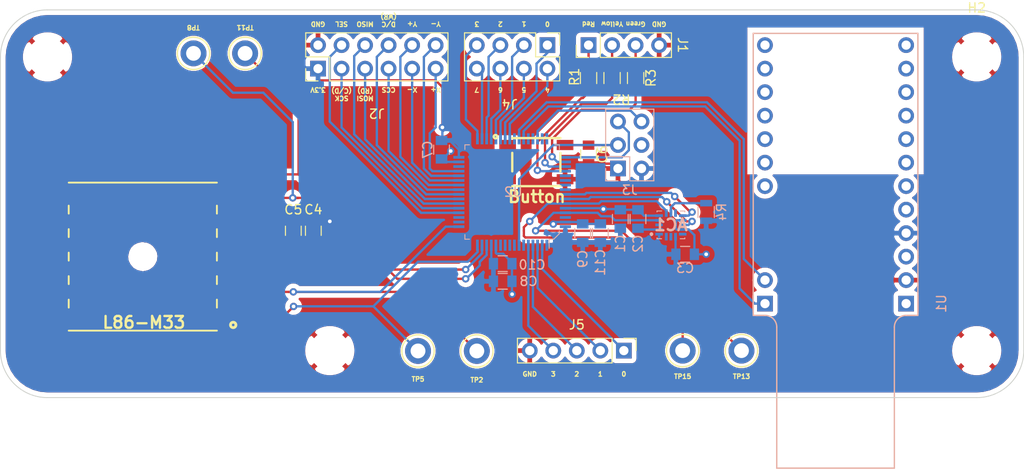
<source format=kicad_pcb>
(kicad_pcb (version 20171130) (host pcbnew "(5.1.4)-1")
  (layers (0 F.Cu signal) (31 B.Cu signal) (34 B.Paste user) (35 F.Paste user) (36 B.SilkS user) (37 F.SilkS user) (38 B.Mask user) (39 F.Mask user) (44 Edge.Cuts user))
  (net 0 "")
  (net 1 "Net-(AC1-Pad16)")
  (net 2 "Net-(AC1-Pad15)")
  (net 3 +3V3)
  (net 4 "Net-(AC1-Pad13)")
  (net 5 IMU_INT_1)
  (net 6 GND)
  (net 7 IMU_INT_2)
  (net 8 "Net-(AC1-Pad8)")
  (net 9 "Net-(AC1-Pad7)")
  (net 10 IMU_SDA)
  (net 11 IMU_SCL)
  (net 12 "Net-(AC1-Pad3)")
  (net 13 "Net-(AC1-Pad2)")
  (net 14 "Net-(IC1-Pad11)")
  (net 15 "Net-(IC1-Pad10)")
  (net 16 "Net-(IC1-Pad9)")
  (net 17 "Net-(IC1-Pad8)")
  (net 18 GPS_FORCE_ON)
  (net 19 GPS_1PPS)
  (net 20 GPS_TX)
  (net 21 GPS_RX)
  (net 22 SPARE_GPIO_0)
  (net 23 SPARE_GPIO_1)
  (net 24 SPARE_GPIO_2)
  (net 25 SPARE_GPIO_3)
  (net 26 LCD_SEL)
  (net 27 LCD_SCK)
  (net 28 LCD_MISO)
  (net 29 LCD_MOSI)
  (net 30 LCD_DC)
  (net 31 LCD_CCS)
  (net 32 LCD_YP)
  (net 33 LCD_XM)
  (net 34 LCD_YM)
  (net 35 LCD_XP)
  (net 36 NRST)
  (net 37 "Net-(J3-Pad4)")
  (net 38 SWCLK)
  (net 39 SWDIO)
  (net 40 "Net-(J4-Pad1)")
  (net 41 "Net-(J4-Pad2)")
  (net 42 "Net-(J4-Pad3)")
  (net 43 LED_RED)
  (net 44 LED_YELLOW)
  (net 45 LED_GREEN)
  (net 46 "Net-(S1-Pad3)")
  (net 47 BLE_TX)
  (net 48 BLE_RX)
  (net 49 "Net-(U1-Pad12)")
  (net 50 "Net-(U1-Pad11)")
  (net 51 "Net-(U1-Pad10)")
  (net 52 "Net-(U1-Pad9)")
  (net 53 "Net-(U1-Pad8)")
  (net 54 "Net-(U1-Pad7)")
  (net 55 "Net-(U1-Pad6)")
  (net 56 "Net-(U1-Pad5)")
  (net 57 "Net-(U1-Pad3)")
  (net 58 "Net-(U1-Pad1)")
  (net 59 "Net-(U1-Pad22)")
  (net 60 "Net-(U1-Pad17)")
  (net 61 "Net-(U1-Pad16)")
  (net 62 "Net-(U1-Pad20)")
  (net 63 "Net-(U1-Pad21)")
  (net 64 "Net-(U1-Pad18)")
  (net 65 "Net-(U1-Pad19)")
  (net 66 "Net-(U2-Pad62)")
  (net 67 "Net-(U2-Pad55)")
  (net 68 "Net-(U2-Pad54)")
  (net 69 "Net-(U2-Pad53)")
  (net 70 "Net-(U2-Pad48)")
  (net 71 "Net-(U2-Pad47)")
  (net 72 "Net-(U2-Pad45)")
  (net 73 "Net-(U2-Pad44)")
  (net 74 "Net-(U2-Pad41)")
  (net 75 "Net-(U2-Pad30)")
  (net 76 "Net-(U2-Pad19)")
  (net 77 "Net-(U2-Pad18)")
  (net 78 "Net-(U2-Pad11)")
  (net 79 "Net-(U2-Pad10)")
  (net 80 "Net-(U2-Pad9)")
  (net 81 "Net-(U2-Pad8)")
  (net 82 "Net-(U2-Pad6)")
  (net 83 LCD_8BIT_0)
  (net 84 LCD_8BIT_4)
  (net 85 LCD_8BIT_1)
  (net 86 LCD_8BIT_5)
  (net 87 LCD_8BIT_2)
  (net 88 LCD_8BIT_6)
  (net 89 LCD_8BIT_3)
  (net 90 LCD_8BIT_7)
  (net 91 "Net-(S1-Pad1)")
  (net 92 "Net-(U2-Pad56)")
  (module Pin_Headers:Pin_Header_Straight_2x04_Pitch2.54mm (layer F.Cu) (at 145.415 86.36 270)
    (fp_text reference J1 (at 0 -14.605 270 unlocked) (layer F.SilkS))
    (fp_text value Conn_02x04_Odd_Even)
    (pad 1 thru_hole rect (at 0 0 270) (size 1.7 1.7) (drill 1) (layers *.Cu *.Mask) (net 83 LCD_8BIT_0))
    (pad 2 thru_hole oval (at 2.54 0 270) (size 1.7 1.7) (drill 1) (layers *.Cu *.Mask) (net 84 LCD_8BIT_4))
    (pad 3 thru_hole oval (at 0 2.54 270) (size 1.7 1.7) (drill 1) (layers *.Cu *.Mask) (net 85 LCD_8BIT_1))
    (pad 4 thru_hole oval (at 2.54 2.54 270) (size 1.7 1.7) (drill 1) (layers *.Cu *.Mask) (net 86 LCD_8BIT_5))
    (pad 5 thru_hole oval (at 0 5.08 270) (size 1.7 1.7) (drill 1) (layers *.Cu *.Mask) (net 87 LCD_8BIT_2))
    (pad 6 thru_hole oval (at 2.54 5.08 270) (size 1.7 1.7) (drill 1) (layers *.Cu *.Mask) (net 88 LCD_8BIT_6))
    (pad 7 thru_hole oval (at 0 7.62 270) (size 1.7 1.7) (drill 1) (layers *.Cu *.Mask) (net 89 LCD_8BIT_3))
    (pad 8 thru_hole oval (at 2.54 7.62 270) (size 1.7 1.7) (drill 1) (layers *.Cu *.Mask) (net 90 LCD_8BIT_7))
  )
  (module Pin_Headers:Pin_Header_Straight_1x05_Pitch2.54mm (layer F.Cu) (at 153.67 119.38 270)
    (fp_text reference J5 (at -2.794 5.08 180) (layer F.SilkS))
    (fp_text value Conn_01x05)
    (pad 1 thru_hole rect (at 0 0 270) (size 1.7 1.7) (drill 1) (layers *.Cu *.Mask) (net 22 SPARE_GPIO_0))
    (pad 2 thru_hole oval (at 0 2.54 270) (size 1.7 1.7) (drill 1) (layers *.Cu *.Mask) (net 23 SPARE_GPIO_1))
    (pad 3 thru_hole oval (at 0 5.08 270) (size 1.7 1.7) (drill 1) (layers *.Cu *.Mask) (net 24 SPARE_GPIO_2))
    (pad 4 thru_hole oval (at 0 7.62 270) (size 1.7 1.7) (drill 1) (layers *.Cu *.Mask) (net 25 SPARE_GPIO_3))
    (pad 5 thru_hole oval (at 0 10.16 270) (size 1.7 1.7) (drill 1) (layers *.Cu *.Mask) (net 6 GND))
  )
  (module "Digikey Library:64-LQFP_(10x10)" (layer B.Cu) (at 141.605 102.235 180)
    (fp_text reference U2 (at -0.127 0) (layer B.SilkS) (effects (justify mirror)))
    (fp_text value STM32F030R8Tx)
    (pad 64 smd rect (at -5.75 -3.75 180) (size 1.2 0.3) (layers B.Cu B.Paste B.Mask) (net 3 +3V3))
    (pad 63 smd rect (at -5.75 -3.25 180) (size 1.2 0.3) (layers B.Cu B.Paste B.Mask) (net 6 GND))
    (pad 62 smd rect (at -5.75 -2.75 180) (size 1.2 0.3) (layers B.Cu B.Paste B.Mask) (net 66 "Net-(U2-Pad62)"))
    (pad 61 smd rect (at -5.75 -2.25 180) (size 1.2 0.3) (layers B.Cu B.Paste B.Mask) (net 11 IMU_SCL))
    (pad 60 smd rect (at -5.75 -1.75 180) (size 1.2 0.3) (layers B.Cu B.Paste B.Mask) (net 6 GND))
    (pad 59 smd rect (at -5.75 -1.25 180) (size 1.2 0.3) (layers B.Cu B.Paste B.Mask) (net 10 IMU_SDA))
    (pad 58 smd rect (at -5.75 -0.75 180) (size 1.2 0.3) (layers B.Cu B.Paste B.Mask) (net 5 IMU_INT_1))
    (pad 57 smd rect (at -5.75 -0.25 180) (size 1.2 0.3) (layers B.Cu B.Paste B.Mask) (net 7 IMU_INT_2))
    (pad 56 smd rect (at -5.75 0.25 180) (size 1.2 0.3) (layers B.Cu B.Paste B.Mask) (net 92 "Net-(U2-Pad56)"))
    (pad 55 smd rect (at -5.75 0.75 180) (size 1.2 0.3) (layers B.Cu B.Paste B.Mask) (net 67 "Net-(U2-Pad55)"))
    (pad 54 smd rect (at -5.75 1.25 180) (size 1.2 0.3) (layers B.Cu B.Paste B.Mask) (net 68 "Net-(U2-Pad54)"))
    (pad 53 smd rect (at -5.75 1.75 180) (size 1.2 0.3) (layers B.Cu B.Paste B.Mask) (net 69 "Net-(U2-Pad53)"))
    (pad 52 smd rect (at -5.75 2.25 180) (size 1.2 0.3) (layers B.Cu B.Paste B.Mask) (net 43 LED_RED))
    (pad 51 smd rect (at -5.75 2.75 180) (size 1.2 0.3) (layers B.Cu B.Paste B.Mask) (net 44 LED_YELLOW))
    (pad 50 smd rect (at -5.75 3.25 180) (size 1.2 0.3) (layers B.Cu B.Paste B.Mask) (net 45 LED_GREEN))
    (pad 49 smd rect (at -5.75 3.75 180) (size 1.2 0.3) (layers B.Cu B.Paste B.Mask) (net 38 SWCLK))
    (pad 48 smd rect (at -3.75 5.75 180) (size 0.3 1.2) (layers B.Cu B.Paste B.Mask) (net 70 "Net-(U2-Pad48)"))
    (pad 47 smd rect (at -3.25 5.75 180) (size 0.3 1.2) (layers B.Cu B.Paste B.Mask) (net 71 "Net-(U2-Pad47)"))
    (pad 46 smd rect (at -2.75 5.75 180) (size 0.3 1.2) (layers B.Cu B.Paste B.Mask) (net 39 SWDIO))
    (pad 45 smd rect (at -2.25 5.75 180) (size 0.3 1.2) (layers B.Cu B.Paste B.Mask) (net 72 "Net-(U2-Pad45)"))
    (pad 44 smd rect (at -1.75 5.75 180) (size 0.3 1.2) (layers B.Cu B.Paste B.Mask) (net 73 "Net-(U2-Pad44)"))
    (pad 43 smd rect (at -1.25 5.75 180) (size 0.3 1.2) (layers B.Cu B.Paste B.Mask) (net 47 BLE_TX))
    (pad 42 smd rect (at -0.75 5.75 180) (size 0.3 1.2) (layers B.Cu B.Paste B.Mask) (net 48 BLE_RX))
    (pad 41 smd rect (at -0.25 5.75 180) (size 0.3 1.2) (layers B.Cu B.Paste B.Mask) (net 74 "Net-(U2-Pad41)"))
    (pad 40 smd rect (at 0.25 5.75 180) (size 0.3 1.2) (layers B.Cu B.Paste B.Mask) (net 84 LCD_8BIT_4))
    (pad 39 smd rect (at 0.75 5.75 180) (size 0.3 1.2) (layers B.Cu B.Paste B.Mask) (net 83 LCD_8BIT_0))
    (pad 38 smd rect (at 1.25 5.75 180) (size 0.3 1.2) (layers B.Cu B.Paste B.Mask) (net 86 LCD_8BIT_5))
    (pad 37 smd rect (at 1.75 5.75 180) (size 0.3 1.2) (layers B.Cu B.Paste B.Mask) (net 85 LCD_8BIT_1))
    (pad 36 smd rect (at 2.25 5.75 180) (size 0.3 1.2) (layers B.Cu B.Paste B.Mask) (net 88 LCD_8BIT_6))
    (pad 35 smd rect (at 2.75 5.75 180) (size 0.3 1.2) (layers B.Cu B.Paste B.Mask) (net 87 LCD_8BIT_2))
    (pad 34 smd rect (at 3.25 5.75 180) (size 0.3 1.2) (layers B.Cu B.Paste B.Mask) (net 90 LCD_8BIT_7))
    (pad 33 smd rect (at 3.75 5.75 180) (size 0.3 1.2) (layers B.Cu B.Paste B.Mask) (net 89 LCD_8BIT_3))
    (pad 32 smd rect (at 5.75 3.75 180) (size 1.2 0.3) (layers B.Cu B.Paste B.Mask) (net 3 +3V3))
    (pad 31 smd rect (at 5.75 3.25 180) (size 1.2 0.3) (layers B.Cu B.Paste B.Mask) (net 6 GND))
    (pad 30 smd rect (at 5.75 2.75 180) (size 1.2 0.3) (layers B.Cu B.Paste B.Mask) (net 75 "Net-(U2-Pad30)"))
    (pad 29 smd rect (at 5.75 2.25 180) (size 1.2 0.3) (layers B.Cu B.Paste B.Mask) (net 35 LCD_XP))
    (pad 28 smd rect (at 5.75 1.75 180) (size 1.2 0.3) (layers B.Cu B.Paste B.Mask) (net 34 LCD_YM))
    (pad 27 smd rect (at 5.75 1.25 180) (size 1.2 0.3) (layers B.Cu B.Paste B.Mask) (net 33 LCD_XM))
    (pad 26 smd rect (at 5.75 0.75 180) (size 1.2 0.3) (layers B.Cu B.Paste B.Mask) (net 32 LCD_YP))
    (pad 25 smd rect (at 5.75 0.25 180) (size 1.2 0.3) (layers B.Cu B.Paste B.Mask) (net 31 LCD_CCS))
    (pad 24 smd rect (at 5.75 -0.25 180) (size 1.2 0.3) (layers B.Cu B.Paste B.Mask) (net 30 LCD_DC))
    (pad 23 smd rect (at 5.75 -0.75 180) (size 1.2 0.3) (layers B.Cu B.Paste B.Mask) (net 29 LCD_MOSI))
    (pad 22 smd rect (at 5.75 -1.25 180) (size 1.2 0.3) (layers B.Cu B.Paste B.Mask) (net 28 LCD_MISO))
    (pad 21 smd rect (at 5.75 -1.75 180) (size 1.2 0.3) (layers B.Cu B.Paste B.Mask) (net 27 LCD_SCK))
    (pad 20 smd rect (at 5.75 -2.25 180) (size 1.2 0.3) (layers B.Cu B.Paste B.Mask) (net 26 LCD_SEL))
    (pad 19 smd rect (at 5.75 -2.75 180) (size 1.2 0.3) (layers B.Cu B.Paste B.Mask) (net 76 "Net-(U2-Pad19)"))
    (pad 18 smd rect (at 5.75 -3.25 180) (size 1.2 0.3) (layers B.Cu B.Paste B.Mask) (net 77 "Net-(U2-Pad18)"))
    (pad 16 smd rect (at 3.75 -5.75 180) (size 0.3 1.2) (layers B.Cu B.Paste B.Mask) (net 21 GPS_RX))
    (pad 15 smd rect (at 3.25 -5.75 180) (size 0.3 1.2) (layers B.Cu B.Paste B.Mask) (net 18 GPS_FORCE_ON))
    (pad 14 smd rect (at 2.75 -5.75 180) (size 0.3 1.2) (layers B.Cu B.Paste B.Mask) (net 19 GPS_1PPS))
    (pad 13 smd rect (at 2.25 -5.75 180) (size 0.3 1.2) (layers B.Cu B.Paste B.Mask) (net 3 +3V3))
    (pad 12 smd rect (at 1.75 -5.75 180) (size 0.3 1.2) (layers B.Cu B.Paste B.Mask) (net 6 GND))
    (pad 11 smd rect (at 1.25 -5.75 180) (size 0.3 1.2) (layers B.Cu B.Paste B.Mask) (net 78 "Net-(U2-Pad11)"))
    (pad 10 smd rect (at 0.75 -5.75 180) (size 0.3 1.2) (layers B.Cu B.Paste B.Mask) (net 79 "Net-(U2-Pad10)"))
    (pad 9 smd rect (at 0.25 -5.75 180) (size 0.3 1.2) (layers B.Cu B.Paste B.Mask) (net 80 "Net-(U2-Pad9)"))
    (pad 8 smd rect (at -0.25 -5.75 180) (size 0.3 1.2) (layers B.Cu B.Paste B.Mask) (net 81 "Net-(U2-Pad8)"))
    (pad 7 smd rect (at -0.75 -5.75 180) (size 0.3 1.2) (layers B.Cu B.Paste B.Mask) (net 36 NRST))
    (pad 6 smd rect (at -1.25 -5.75 180) (size 0.3 1.2) (layers B.Cu B.Paste B.Mask) (net 82 "Net-(U2-Pad6)"))
    (pad 5 smd rect (at -1.75 -5.75 180) (size 0.3 1.2) (layers B.Cu B.Paste B.Mask) (net 25 SPARE_GPIO_3))
    (pad 4 smd rect (at -2.25 -5.75 180) (size 0.3 1.2) (layers B.Cu B.Paste B.Mask) (net 24 SPARE_GPIO_2))
    (pad 3 smd rect (at -2.75 -5.75 180) (size 0.3 1.2) (layers B.Cu B.Paste B.Mask) (net 23 SPARE_GPIO_1))
    (pad 2 smd rect (at -3.25 -5.75 180) (size 0.3 1.2) (layers B.Cu B.Paste B.Mask) (net 22 SPARE_GPIO_0))
    (pad 1 smd rect (at -3.75 -5.75 180) (size 0.3 1.2) (layers B.Cu B.Paste B.Mask) (net 3 +3V3))
    (pad 17 smd rect (at 5.75 -3.75 180) (size 1.2 0.3) (layers B.Cu B.Paste B.Mask) (net 20 GPS_TX))
  )
  (module libs:SparkFun_Pro_nRF52840_Mini (layer B.Cu) (at 176.53 100.33 90)
    (fp_text reference U1 (at -13.97 11.43 270) (layer B.SilkS) (effects (justify mirror)))
    (fp_text value SparkFun_Pro_nRF52840_Mini)
    (pad 12 thru_hole oval (at 13.97 7.62) (size 1.7 1.7) (drill 1) (layers *.Cu *.Mask) (net 49 "Net-(U1-Pad12)"))
    (pad 11 thru_hole oval (at 11.43 7.62) (size 1.7 1.7) (drill 1) (layers *.Cu *.Mask) (net 50 "Net-(U1-Pad11)"))
    (pad 10 thru_hole oval (at 8.89 7.62) (size 1.7 1.7) (drill 1) (layers *.Cu *.Mask) (net 51 "Net-(U1-Pad10)"))
    (pad 9 thru_hole oval (at 6.35 7.62) (size 1.7 1.7) (drill 1) (layers *.Cu *.Mask) (net 52 "Net-(U1-Pad9)"))
    (pad 8 thru_hole oval (at 3.81 7.62) (size 1.7 1.7) (drill 1) (layers *.Cu *.Mask) (net 53 "Net-(U1-Pad8)"))
    (pad 7 thru_hole oval (at 1.27 7.62) (size 1.7 1.7) (drill 1) (layers *.Cu *.Mask) (net 54 "Net-(U1-Pad7)"))
    (pad 6 thru_hole oval (at -1.27 7.62) (size 1.7 1.7) (drill 1) (layers *.Cu *.Mask) (net 55 "Net-(U1-Pad6)"))
    (pad 5 thru_hole oval (at -3.81 7.62) (size 1.7 1.7) (drill 1) (layers *.Cu *.Mask) (net 56 "Net-(U1-Pad5)"))
    (pad 4 thru_hole oval (at -6.35 7.62) (size 1.7 1.7) (drill 1) (layers *.Cu *.Mask) (net 3 +3V3))
    (pad 3 thru_hole oval (at -8.89 7.62) (size 1.7 1.7) (drill 1) (layers *.Cu *.Mask) (net 57 "Net-(U1-Pad3)"))
    (pad 2 thru_hole oval (at -11.43 7.62) (size 1.7 1.7) (drill 1) (layers *.Cu *.Mask) (net 6 GND))
    (pad 1 thru_hole rect (at -13.97 7.62) (size 1.7 1.7) (drill 1) (layers *.Cu *.Mask) (net 58 "Net-(U1-Pad1)"))
    (pad 22 thru_hole oval (at 13.97 -7.62) (size 1.7 1.7) (drill 1) (layers *.Cu *.Mask) (net 59 "Net-(U1-Pad22)"))
    (pad 14 thru_hole rect (at -13.97 -7.62) (size 1.7 1.7) (drill 1) (layers *.Cu *.Mask) (net 47 BLE_TX))
    (pad 17 thru_hole oval (at 1.27 -7.62) (size 1.7 1.7) (drill 1) (layers *.Cu *.Mask) (net 60 "Net-(U1-Pad17)"))
    (pad 16 thru_hole oval (at -1.27 -7.62) (size 1.7 1.7) (drill 1) (layers *.Cu *.Mask) (net 61 "Net-(U1-Pad16)"))
    (pad 20 thru_hole oval (at 8.89 -7.62) (size 1.7 1.7) (drill 1) (layers *.Cu *.Mask) (net 62 "Net-(U1-Pad20)"))
    (pad 21 thru_hole oval (at 11.43 -7.62) (size 1.7 1.7) (drill 1) (layers *.Cu *.Mask) (net 63 "Net-(U1-Pad21)"))
    (pad 15 thru_hole oval (at -11.43 -7.62) (size 1.7 1.7) (drill 1) (layers *.Cu *.Mask) (net 48 BLE_RX))
    (pad 18 thru_hole oval (at 3.81 -7.62) (size 1.7 1.7) (drill 1) (layers *.Cu *.Mask) (net 64 "Net-(U1-Pad18)"))
    (pad 19 thru_hole oval (at 6.35 -7.62) (size 1.7 1.7) (drill 1) (layers *.Cu *.Mask) (net 65 "Net-(U1-Pad19)"))
  )
  (module Testpoints:TestPoint_Keystone_5005-5009_Compact (layer F.Cu) (at 160.02 119.38)
    (fp_text reference TP15 (at 0 2.794) (layer F.SilkS) (effects (font (size 0.5 0.5) (thickness 0.125))))
    (fp_text value TestPoint)
    (pad 1 thru_hole circle (at 0 0) (size 2.8 2.8) (drill 1.6) (layers *.Cu *.Mask) (net 10 IMU_SDA))
  )
  (module Testpoints:TestPoint_Keystone_5005-5009_Compact (layer F.Cu) (at 166.37 119.38)
    (fp_text reference TP13 (at 0 2.794) (layer F.SilkS) (effects (font (size 0.5 0.5) (thickness 0.125))))
    (fp_text value TestPoint)
    (pad 1 thru_hole circle (at 0 0) (size 2.8 2.8) (drill 1.6) (layers *.Cu *.Mask) (net 11 IMU_SCL))
  )
  (module Testpoints:TestPoint_Keystone_5005-5009_Compact (layer F.Cu) (at 112.776 87.249)
    (fp_text reference TP11 (at 0 -2.794 180 unlocked) (layer F.SilkS) (effects (font (size 0.5 0.5) (thickness 0.125))))
    (fp_text value TestPoint)
    (pad 1 thru_hole circle (at 0 0) (size 2.8 2.8) (drill 1.6) (layers *.Cu *.Mask) (net 18 GPS_FORCE_ON))
  )
  (module Testpoints:TestPoint_Keystone_5005-5009_Compact (layer F.Cu) (at 107.206 87.249)
    (fp_text reference TP8 (at -0.018 -2.794 180 unlocked) (layer F.SilkS) (effects (font (size 0.5 0.5) (thickness 0.125))))
    (fp_text value TestPoint)
    (pad 1 thru_hole circle (at 0 0) (size 2.8 2.8) (drill 1.6) (layers *.Cu *.Mask) (net 19 GPS_1PPS))
  )
  (module Testpoints:TestPoint_Keystone_5005-5009_Compact (layer F.Cu) (at 131.445 119.416)
    (fp_text reference TP5 (at 0 3.048) (layer F.SilkS) (effects (font (size 0.5 0.5) (thickness 0.125))))
    (fp_text value TestPoint)
    (pad 1 thru_hole circle (at 0 0) (size 2.8 2.8) (drill 1.6) (layers *.Cu *.Mask) (net 21 GPS_RX))
  )
  (module Testpoints:TestPoint_Keystone_5005-5009_Compact (layer F.Cu) (at 137.795 119.416)
    (fp_text reference TP2 (at 0 3.139) (layer F.SilkS) (effects (font (size 0.5 0.5) (thickness 0.125))))
    (fp_text value TestPoint)
    (pad 1 thru_hole circle (at 0 0) (size 2.8 2.8) (drill 1.6) (layers *.Cu *.Mask) (net 20 GPS_TX))
  )
  (module Mouser_Components:SKQGAKE010 (layer F.Cu) (at 144.22 99.005)
    (fp_text reference S1 hide)
    (fp_text value Button (at 0.052 3.738) (layer F.SilkS) (effects (font (size 1.27 1.27) (thickness 0.254))))
    (pad 4 smd rect (at 3.1 1.85 90) (size 1.1 1.8) (layers F.Cu F.Paste F.Mask) (net 6 GND))
    (pad 3 smd rect (at -3.1 1.85 90) (size 1.1 1.8) (layers F.Cu F.Paste F.Mask) (net 46 "Net-(S1-Pad3)"))
    (pad 2 smd rect (at 3.1 -1.85 90) (size 1.1 1.8) (layers F.Cu F.Paste F.Mask) (net 36 NRST))
    (pad 1 smd rect (at -3.1 -1.85 90) (size 1.1 1.8) (layers F.Cu F.Paste F.Mask) (net 91 "Net-(S1-Pad1)"))
  )
  (module Resistors_SMD:R_0805 (layer B.Cu) (at 162.56 104.394 90)
    (fp_text reference R4 (at 0 1.65 90) (layer B.SilkS) (effects (justify mirror)))
    (fp_text value 10k)
    (pad 1 smd rect (at -0.95 0 90) (size 0.7 1.3) (layers B.Cu B.Paste B.Mask) (net 3 +3V3))
    (pad 2 smd rect (at 0.95 0 90) (size 0.7 1.3) (layers B.Cu B.Paste B.Mask) (net 9 "Net-(AC1-Pad7)"))
  )
  (module Resistors_SMD:R_0805 (layer F.Cu) (at 154.94 89.916 270)
    (fp_text reference R3 (at 0 -1.651 270) (layer F.SilkS))
    (fp_text value R_US)
    (pad 1 smd rect (at -0.95 0 270) (size 0.7 1.3) (layers F.Cu F.Paste F.Mask) (net 42 "Net-(J4-Pad3)"))
    (pad 2 smd rect (at 0.95 0 270) (size 0.7 1.3) (layers F.Cu F.Paste F.Mask) (net 45 LED_GREEN))
  )
  (module Resistors_SMD:R_0805 (layer F.Cu) (at 152.4 89.916 270)
    (fp_text reference R2 (at 2.286 -1.016 180 unlocked) (layer F.SilkS))
    (fp_text value R_US)
    (pad 1 smd rect (at -0.95 0 270) (size 0.7 1.3) (layers F.Cu F.Paste F.Mask) (net 41 "Net-(J4-Pad2)"))
    (pad 2 smd rect (at 0.95 0 270) (size 0.7 1.3) (layers F.Cu F.Paste F.Mask) (net 44 LED_YELLOW))
  )
  (module Resistors_SMD:R_0805 (layer F.Cu) (at 149.86 89.916 270)
    (fp_text reference R1 (at -0.127 1.524 270) (layer F.SilkS))
    (fp_text value R_US)
    (pad 1 smd rect (at -0.95 0 270) (size 0.7 1.3) (layers F.Cu F.Paste F.Mask) (net 40 "Net-(J4-Pad1)"))
    (pad 2 smd rect (at 0.95 0 270) (size 0.7 1.3) (layers F.Cu F.Paste F.Mask) (net 43 LED_RED))
  )
  (module Pin_Headers:Pin_Header_Straight_1x04_Pitch2.54mm (layer F.Cu) (at 149.86 86.36 90)
    (fp_text reference J4 (at -6.35 -8.509 180 unlocked) (layer F.SilkS))
    (fp_text value Conn_01x04)
    (pad 1 thru_hole rect (at 0 0 90) (size 1.7 1.7) (drill 1) (layers *.Cu *.Mask) (net 40 "Net-(J4-Pad1)"))
    (pad 2 thru_hole oval (at 0 2.54 90) (size 1.7 1.7) (drill 1) (layers *.Cu *.Mask) (net 41 "Net-(J4-Pad2)"))
    (pad 3 thru_hole oval (at 0 5.08 90) (size 1.7 1.7) (drill 1) (layers *.Cu *.Mask) (net 42 "Net-(J4-Pad3)"))
    (pad 4 thru_hole oval (at 0 7.62 90) (size 1.7 1.7) (drill 1) (layers *.Cu *.Mask) (net 6 GND))
  )
  (module Pin_Headers:Pin_Header_Straight_2x03_Pitch2.54mm (layer B.Cu) (at 153.035 99.695)
    (fp_text reference J3 (at 1.27 2.33) (layer B.SilkS) (effects (justify mirror)))
    (fp_text value Conn_02x03_Odd_Even)
    (pad 1 thru_hole rect (at 0 0) (size 1.7 1.7) (drill 1) (layers *.Cu *.Mask) (net 6 GND))
    (pad 2 thru_hole oval (at 2.54 0) (size 1.7 1.7) (drill 1) (layers *.Cu *.Mask) (net 3 +3V3))
    (pad 3 thru_hole oval (at 0 -2.54) (size 1.7 1.7) (drill 1) (layers *.Cu *.Mask) (net 36 NRST))
    (pad 4 thru_hole oval (at 2.54 -2.54) (size 1.7 1.7) (drill 1) (layers *.Cu *.Mask) (net 37 "Net-(J3-Pad4)"))
    (pad 5 thru_hole oval (at 0 -5.08) (size 1.7 1.7) (drill 1) (layers *.Cu *.Mask) (net 38 SWCLK))
    (pad 6 thru_hole oval (at 2.54 -5.08) (size 1.7 1.7) (drill 1) (layers *.Cu *.Mask) (net 39 SWDIO))
  )
  (module Pin_Headers:Pin_Header_Straight_2x06_Pitch2.54mm (layer F.Cu) (at 120.65 88.9 90)
    (fp_text reference J2 (at -4.826 6.35 180 unlocked) (layer F.SilkS))
    (fp_text value Conn_01x12)
    (pad 1 thru_hole rect (at 0 0 90) (size 1.7 1.7) (drill 1) (layers *.Cu *.Mask) (net 3 +3V3))
    (pad 2 thru_hole oval (at 2.54 0 90) (size 1.7 1.7) (drill 1) (layers *.Cu *.Mask) (net 6 GND))
    (pad 3 thru_hole oval (at 0 2.54 90) (size 1.7 1.7) (drill 1) (layers *.Cu *.Mask) (net 27 LCD_SCK))
    (pad 4 thru_hole oval (at 2.54 2.54 90) (size 1.7 1.7) (drill 1) (layers *.Cu *.Mask) (net 26 LCD_SEL))
    (pad 5 thru_hole oval (at 0 5.08 90) (size 1.7 1.7) (drill 1) (layers *.Cu *.Mask) (net 29 LCD_MOSI))
    (pad 6 thru_hole oval (at 2.54 5.08 90) (size 1.7 1.7) (drill 1) (layers *.Cu *.Mask) (net 28 LCD_MISO))
    (pad 7 thru_hole oval (at 0 7.62 90) (size 1.7 1.7) (drill 1) (layers *.Cu *.Mask) (net 31 LCD_CCS))
    (pad 8 thru_hole oval (at 2.54 7.62 90) (size 1.7 1.7) (drill 1) (layers *.Cu *.Mask) (net 30 LCD_DC))
    (pad 9 thru_hole oval (at 0 10.16 90) (size 1.7 1.7) (drill 1) (layers *.Cu *.Mask) (net 33 LCD_XM))
    (pad 10 thru_hole oval (at 2.54 10.16 90) (size 1.7 1.7) (drill 1) (layers *.Cu *.Mask) (net 32 LCD_YP))
    (pad 11 thru_hole oval (at 0 12.7 90) (size 1.7 1.7) (drill 1) (layers *.Cu *.Mask) (net 35 LCD_XP))
    (pad 12 thru_hole oval (at 2.54 12.7 90) (size 1.7 1.7) (drill 1) (layers *.Cu *.Mask) (net 34 LCD_YM))
  )
  (module Mouser_Components:L80-M39 (layer F.Cu) (at 93.98 104.14)
    (fp_text reference IC1 hide)
    (fp_text value L86-M33 (at 7.874 12.192) (layer F.SilkS) (effects (font (size 1.27 1.27) (thickness 0.254))))
    (pad 12 smd rect (at 0 11.43 90) (size 1 2.5) (layers F.Cu F.Paste F.Mask) (net 6 GND))
    (pad 11 smd rect (at 0 8.89 90) (size 1 2.5) (layers F.Cu F.Paste F.Mask) (net 14 "Net-(IC1-Pad11)"))
    (pad 10 smd rect (at 0 6.35 90) (size 1 2.5) (layers F.Cu F.Paste F.Mask) (net 15 "Net-(IC1-Pad10)"))
    (pad 9 smd rect (at 0 3.81 90) (size 1 2.5) (layers F.Cu F.Paste F.Mask) (net 16 "Net-(IC1-Pad9)"))
    (pad 8 smd rect (at 0 1.27 90) (size 1 2.5) (layers F.Cu F.Paste F.Mask) (net 17 "Net-(IC1-Pad8)"))
    (pad 7 smd rect (at 0 -1.27 90) (size 1 2.5) (layers F.Cu F.Paste F.Mask) (net 18 GPS_FORCE_ON))
    (pad 6 smd rect (at 15.5 -1.27 90) (size 1 2.5) (layers F.Cu F.Paste F.Mask) (net 19 GPS_1PPS))
    (pad 5 smd rect (at 15.5 1.27 90) (size 1 2.5) (layers F.Cu F.Paste F.Mask) (net 3 +3V3))
    (pad 4 smd rect (at 15.5 3.81 90) (size 1 2.5) (layers F.Cu F.Paste F.Mask) (net 3 +3V3))
    (pad 3 smd rect (at 15.5 6.35 90) (size 1 2.5) (layers F.Cu F.Paste F.Mask) (net 6 GND))
    (pad 2 smd rect (at 15.5 8.89 90) (size 1 2.5) (layers F.Cu F.Paste F.Mask) (net 20 GPS_TX))
    (pad 1 smd rect (at 15.5 11.43 90) (size 1 2.5) (layers F.Cu F.Paste F.Mask) (net 21 GPS_RX))
  )
  (module Mounting_Holes:MountingHole_4.3mm_M4 (layer F.Cu) (at 191.77 119.38)
    (fp_text reference H4 hide)
    (fp_text value MountingHole_Pad)
    (pad 1 np_thru_hole circle (at 0 0) (size 4.3 4.3) (drill 4.3) (layers *.Cu *.Mask) (net 6 GND))
  )
  (module Mounting_Holes:MountingHole_4.3mm_M4 (layer F.Cu) (at 121.92 119.38)
    (fp_text reference H3 hide)
    (fp_text value MountingHole_Pad)
    (pad 1 np_thru_hole circle (at 0 0) (size 4.3 4.3) (drill 4.3) (layers *.Cu *.Mask) (net 6 GND))
  )
  (module Mounting_Holes:MountingHole_4.3mm_M4 (layer F.Cu) (at 191.77 87.63)
    (fp_text reference H2 (at 0 -5.3) (layer F.SilkS))
    (fp_text value MountingHole_Pad)
    (pad 1 np_thru_hole circle (at 0 0) (size 4.3 4.3) (drill 4.3) (layers *.Cu *.Mask) (net 6 GND))
  )
  (module Mounting_Holes:MountingHole_4.3mm_M4 (layer F.Cu) (at 91.44 87.63)
    (fp_text reference H1 hide)
    (fp_text value MountingHole_Pad)
    (pad 1 np_thru_hole circle (at 0 0) (size 4.3 4.3) (drill 4.3) (layers *.Cu *.Mask) (net 6 GND))
  )
  (module Capacitors_SMD:C_0805 (layer B.Cu) (at 151.13 106.68 90)
    (fp_text reference C11 (at -3.175 0 90) (layer B.SilkS) (effects (justify mirror)))
    (fp_text value 4.7uF)
    (pad 1 smd rect (at -1 0 90) (size 1 1.25) (layers B.Cu B.Paste B.Mask) (net 3 +3V3))
    (pad 2 smd rect (at 1 0 90) (size 1 1.25) (layers B.Cu B.Paste B.Mask) (net 6 GND))
  )
  (module Capacitors_SMD:C_0805 (layer B.Cu) (at 140.589 109.982)
    (fp_text reference C10 (at 3.175 0.127) (layer B.SilkS) (effects (justify mirror)))
    (fp_text value 1uF)
    (pad 1 smd rect (at -1 0) (size 1 1.25) (layers B.Cu B.Paste B.Mask) (net 3 +3V3))
    (pad 2 smd rect (at 1 0) (size 1 1.25) (layers B.Cu B.Paste B.Mask) (net 6 GND))
  )
  (module Capacitors_SMD:C_0805 (layer B.Cu) (at 149.225 106.68 90)
    (fp_text reference C9 (at -2.794 0 90) (layer B.SilkS) (effects (justify mirror)))
    (fp_text value 100nF)
    (pad 1 smd rect (at -1 0 90) (size 1 1.25) (layers B.Cu B.Paste B.Mask) (net 3 +3V3))
    (pad 2 smd rect (at 1 0 90) (size 1 1.25) (layers B.Cu B.Paste B.Mask) (net 6 GND))
  )
  (module Capacitors_SMD:C_0805 (layer B.Cu) (at 140.589 111.887)
    (fp_text reference C8 (at 2.794 0) (layer B.SilkS) (effects (justify mirror)))
    (fp_text value 10nF)
    (pad 1 smd rect (at -1 0) (size 1 1.25) (layers B.Cu B.Paste B.Mask) (net 3 +3V3))
    (pad 2 smd rect (at 1 0) (size 1 1.25) (layers B.Cu B.Paste B.Mask) (net 6 GND))
  )
  (module Capacitors_SMD:C_0805 (layer B.Cu) (at 133.985 97.663 270)
    (fp_text reference C7 (at 0 1.5 90) (layer B.SilkS) (effects (justify mirror)))
    (fp_text value 100nF)
    (pad 1 smd rect (at -1 0 270) (size 1 1.25) (layers B.Cu B.Paste B.Mask) (net 3 +3V3))
    (pad 2 smd rect (at 1 0 270) (size 1 1.25) (layers B.Cu B.Paste B.Mask) (net 6 GND))
  )
  (module Capacitors_SMD:C_0805 (layer F.Cu) (at 149.86 98.171 270)
    (fp_text reference C6 (at 0 -1.5 270) (layer F.SilkS))
    (fp_text value 100nF)
    (pad 1 smd rect (at -1 0 270) (size 1 1.25) (layers F.Cu F.Paste F.Mask) (net 36 NRST))
    (pad 2 smd rect (at 1 0 270) (size 1 1.25) (layers F.Cu F.Paste F.Mask) (net 6 GND))
  )
  (module Capacitors_SMD:C_0805 (layer F.Cu) (at 117.983 106.426 270)
    (fp_text reference C5 (at -2.286 0 180) (layer F.SilkS))
    (fp_text value 100nF)
    (pad 1 smd rect (at -1 0 270) (size 1 1.25) (layers F.Cu F.Paste F.Mask) (net 3 +3V3))
    (pad 2 smd rect (at 1 0 270) (size 1 1.25) (layers F.Cu F.Paste F.Mask) (net 6 GND))
  )
  (module Capacitors_SMD:C_0805 (layer F.Cu) (at 120.142 106.426 270)
    (fp_text reference C4 (at -2.286 0 180) (layer F.SilkS))
    (fp_text value 10uF)
    (pad 1 smd rect (at -1 0 270) (size 1 1.25) (layers F.Cu F.Paste F.Mask) (net 3 +3V3))
    (pad 2 smd rect (at 1 0 270) (size 1 1.25) (layers F.Cu F.Paste F.Mask) (net 6 GND))
  )
  (module Capacitors_SMD:C_0805 (layer B.Cu) (at 160.29 108.966)
    (fp_text reference C3 (at 0 1.5) (layer B.SilkS) (effects (justify mirror)))
    (fp_text value 4.7uF)
    (pad 1 smd rect (at -1 0) (size 1 1.25) (layers B.Cu B.Paste B.Mask) (net 3 +3V3))
    (pad 2 smd rect (at 1 0) (size 1 1.25) (layers B.Cu B.Paste B.Mask) (net 6 GND))
  )
  (module Capacitors_SMD:C_0805 (layer B.Cu) (at 155.194 105.156 90)
    (fp_text reference C2 (at -2.667 0 90) (layer B.SilkS) (effects (justify mirror)))
    (fp_text value 0.1nF)
    (pad 1 smd rect (at -1 0 90) (size 1 1.25) (layers B.Cu B.Paste B.Mask) (net 13 "Net-(AC1-Pad2)"))
    (pad 2 smd rect (at 1 0 90) (size 1 1.25) (layers B.Cu B.Paste B.Mask) (net 6 GND))
  )
  (module Capacitors_SMD:C_0805 (layer B.Cu) (at 153.289 105.156 90)
    (fp_text reference C1 (at -2.667 0 90) (layer B.SilkS) (effects (justify mirror)))
    (fp_text value 0.1nF)
    (pad 1 smd rect (at -1 0 90) (size 1 1.25) (layers B.Cu B.Paste B.Mask) (net 3 +3V3))
    (pad 2 smd rect (at 1 0 90) (size 1 1.25) (layers B.Cu B.Paste B.Mask) (net 6 GND))
  )
  (module Mouser_Components:MMA8452QR1 (layer B.Cu) (at 158.75 105.791)
    (fp_text reference AC1 (at 0 0) (layer B.SilkS) (effects (font (size 1.27 1.27) (thickness 0.254)) (justify mirror)))
    (fp_text value MMA8452QR1 hide)
    (pad 16 smd rect (at -0.5 1.275) (size 0.305 0.813) (layers B.Cu B.Paste B.Mask) (net 1 "Net-(AC1-Pad16)"))
    (pad 15 smd rect (at 0 1.275) (size 0.305 0.813) (layers B.Cu B.Paste B.Mask) (net 2 "Net-(AC1-Pad15)"))
    (pad 14 smd rect (at 0.5 1.275) (size 0.305 0.813) (layers B.Cu B.Paste B.Mask) (net 3 +3V3))
    (pad 13 smd rect (at 1.275 1 270) (size 0.305 0.813) (layers B.Cu B.Paste B.Mask) (net 4 "Net-(AC1-Pad13)"))
    (pad 12 smd rect (at 1.275 0.5 270) (size 0.305 0.813) (layers B.Cu B.Paste B.Mask) (net 6 GND))
    (pad 11 smd rect (at 1.275 0 270) (size 0.305 0.813) (layers B.Cu B.Paste B.Mask) (net 5 IMU_INT_1))
    (pad 10 smd rect (at 1.275 -0.5 270) (size 0.305 0.813) (layers B.Cu B.Paste B.Mask) (net 6 GND))
    (pad 9 smd rect (at 1.275 -1 270) (size 0.305 0.813) (layers B.Cu B.Paste B.Mask) (net 7 IMU_INT_2))
    (pad 8 smd rect (at 0.5 -1.275) (size 0.305 0.813) (layers B.Cu B.Paste B.Mask) (net 8 "Net-(AC1-Pad8)"))
    (pad 7 smd rect (at 0 -1.275) (size 0.305 0.813) (layers B.Cu B.Paste B.Mask) (net 9 "Net-(AC1-Pad7)"))
    (pad 6 smd rect (at -0.5 -1.275) (size 0.305 0.813) (layers B.Cu B.Paste B.Mask) (net 10 IMU_SDA))
    (pad 5 smd rect (at -1.275 -1 270) (size 0.305 0.813) (layers B.Cu B.Paste B.Mask) (net 6 GND))
    (pad 4 smd rect (at -1.275 -0.5 270) (size 0.305 0.813) (layers B.Cu B.Paste B.Mask) (net 11 IMU_SCL))
    (pad 3 smd rect (at -1.275 0 270) (size 0.305 0.813) (layers B.Cu B.Paste B.Mask) (net 12 "Net-(AC1-Pad3)"))
    (pad 2 smd rect (at -1.275 0.5 270) (size 0.305 0.813) (layers B.Cu B.Paste B.Mask) (net 13 "Net-(AC1-Pad2)"))
    (pad 1 smd rect (at -1.275 1 270) (size 0.305 0.813) (layers B.Cu B.Paste B.Mask) (net 3 +3V3))
  )
  (gr_text 3.3V (at 120.65 91.186 180) (layer F.SilkS) (effects (font (size 0.5 0.5) (thickness 0.125))))
  (gr_text "SCK\n(C/D)" (at 123.19 91.694 180) (layer F.SilkS) (effects (font (size 0.5 0.5) (thickness 0.125))))
  (gr_text "MOSI\n(RD)" (at 125.73 91.694 180) (layer F.SilkS) (effects (font (size 0.5 0.5) (thickness 0.125))))
  (gr_text CCS (at 128.27 91.186 180) (layer F.SilkS) (effects (font (size 0.5 0.5) (thickness 0.125))))
  (gr_text X- (at 130.81 91.186 180) (layer F.SilkS) (effects (font (size 0.5 0.5) (thickness 0.125))))
  (gr_text X+ (at 133.35 91.186 180) (layer F.SilkS) (effects (font (size 0.5 0.5) (thickness 0.125))))
  (gr_text GND (at 120.65 84.074 180) (layer F.SilkS) (effects (font (size 0.5 0.5) (thickness 0.125))))
  (gr_text SEL (at 123.19 84.074 180) (layer F.SilkS) (effects (font (size 0.5 0.5) (thickness 0.125))))
  (gr_text MISO (at 125.73 84.074 180) (layer F.SilkS) (effects (font (size 0.5 0.5) (thickness 0.125))))
  (gr_text "D/C\n(WR)" (at 128.27 83.693 180) (layer F.SilkS) (effects (font (size 0.5 0.5) (thickness 0.125))))
  (gr_text Y+ (at 130.81 84.074 180) (layer F.SilkS) (effects (font (size 0.5 0.5) (thickness 0.125))))
  (gr_text Y- (at 133.35 84.074 180) (layer F.SilkS) (effects (font (size 0.5 0.5) (thickness 0.125))))
  (gr_text 7 (at 137.795 91.186 180) (layer F.SilkS) (effects (font (size 0.5 0.5) (thickness 0.125))))
  (gr_text 6 (at 140.335 91.186 180) (layer F.SilkS) (effects (font (size 0.5 0.5) (thickness 0.125))))
  (gr_text 5 (at 142.875 91.186 180) (layer F.SilkS) (effects (font (size 0.5 0.5) (thickness 0.125))))
  (gr_text 4 (at 145.415 91.186 180) (layer F.SilkS) (effects (font (size 0.5 0.5) (thickness 0.125))))
  (gr_text 3 (at 137.795 84.074 180) (layer F.SilkS) (effects (font (size 0.5 0.5) (thickness 0.125))))
  (gr_text 2 (at 140.335 84.074 180) (layer F.SilkS) (effects (font (size 0.5 0.5) (thickness 0.125))))
  (gr_text 1 (at 142.875 84.074 180) (layer F.SilkS) (effects (font (size 0.5 0.5) (thickness 0.125))))
  (gr_text 0 (at 145.415 84.074 180) (layer F.SilkS) (effects (font (size 0.5 0.5) (thickness 0.125))))
  (gr_text Green (at 154.94 84.074 180) (layer F.SilkS) (effects (font (size 0.5 0.5) (thickness 0.125))))
  (gr_text GND (at 157.48 84.074 180) (layer F.SilkS) (effects (font (size 0.5 0.5) (thickness 0.125))))
  (gr_text Yellow (at 152.4 84.074 180) (layer F.SilkS) (effects (font (size 0.5 0.5) (thickness 0.125))))
  (gr_text Red (at 149.86 84.074 180) (layer F.SilkS) (effects (font (size 0.5 0.5) (thickness 0.125))))
  (gr_text 0 (at 153.67 121.92) (layer F.SilkS) (effects (font (size 0.5 0.5) (thickness 0.125))))
  (gr_text 1 (at 151.13 121.92) (layer F.SilkS) (effects (font (size 0.5 0.5) (thickness 0.125))))
  (gr_text 2 (at 148.59 121.92) (layer F.SilkS) (effects (font (size 0.5 0.5) (thickness 0.125))))
  (gr_text 3 (at 146.05 121.92) (layer F.SilkS) (effects (font (size 0.5 0.5) (thickness 0.125))))
  (gr_text GND (at 143.51 121.92) (layer F.SilkS) (effects (font (size 0.5 0.5) (thickness 0.125))))
  (gr_arc (start 91.44 119.38) (end 86.36 119.38) (angle -90) (layer Edge.Cuts) (width 0.1))
  (gr_arc (start 191.77 119.38) (end 191.77 124.46) (angle -90) (layer Edge.Cuts) (width 0.1))
  (gr_arc (start 191.77 87.63) (end 196.85 87.63) (angle -90) (layer Edge.Cuts) (width 0.1))
  (gr_arc (start 91.44 87.63) (end 91.44 82.55) (angle -90) (layer Edge.Cuts) (width 0.1))
  (gr_line (start 196.85 119.38) (end 196.85 87.63) (layer Edge.Cuts) (width 0.1))
  (gr_line (start 91.44 124.46) (end 191.77 124.46) (layer Edge.Cuts) (width 0.1))
  (gr_line (start 86.36 87.63) (end 86.36 119.38) (layer Edge.Cuts) (width 0.1))
  (gr_line (start 191.77 82.55) (end 91.44 82.55) (layer Edge.Cuts) (width 0.1))
  (segment (start 139.355 109.748) (end 139.589 109.982) (width 0.25) (layer B.Cu) (net 3))
  (segment (start 139.355 107.985) (end 139.355 109.748) (width 0.25) (layer B.Cu) (net 3))
  (segment (start 135.855 98.485) (end 135.855 97.882) (width 0.25) (layer B.Cu) (net 3))
  (segment (start 134.604 96.663) (end 133.985 96.663) (width 0.25) (layer B.Cu) (net 3))
  (segment (start 135.855 97.658) (end 135.855 97.882) (width 0.25) (layer B.Cu) (net 3))
  (segment (start 134.86 96.663) (end 135.855 97.658) (width 0.25) (layer B.Cu) (net 3))
  (segment (start 133.985 96.663) (end 134.86 96.663) (width 0.25) (layer B.Cu) (net 3))
  (segment (start 159.25 108.926) (end 159.29 108.966) (width 0.25) (layer B.Cu) (net 3))
  (segment (start 159.25 107.066) (end 159.25 108.926) (width 0.25) (layer B.Cu) (net 3))
  (segment (start 120.65 90) (end 120.82 90.17) (width 0.25) (layer F.Cu) (net 3))
  (segment (start 120.65 88.9) (end 120.65 90) (width 0.25) (layer F.Cu) (net 3))
  (segment (start 120.82 90.17) (end 133.35 90.17) (width 0.25) (layer F.Cu) (net 3))
  (via (at 134.075 95.25) (size 0.8) (drill 0.4) (layers F.Cu B.Cu) (net 3))
  (segment (start 133.35 90.17) (end 134.075 90.895) (width 0.25) (layer F.Cu) (net 3))
  (segment (start 134.075 90.895) (end 134.075 95.25) (width 0.25) (layer F.Cu) (net 3))
  (segment (start 134.075 96.573) (end 133.985 96.663) (width 0.25) (layer B.Cu) (net 3))
  (segment (start 134.075 95.25) (end 134.075 96.573) (width 0.25) (layer B.Cu) (net 3))
  (segment (start 109.48 107.2) (end 109.48 105.41) (width 0.25) (layer F.Cu) (net 3))
  (segment (start 109.48 107.95) (end 109.48 107.2) (width 0.25) (layer F.Cu) (net 3))
  (segment (start 120.142 105.426) (end 117.983 105.426) (width 0.25) (layer F.Cu) (net 3))
  (segment (start 117.967 105.41) (end 117.983 105.426) (width 0.25) (layer F.Cu) (net 3))
  (segment (start 109.48 105.41) (end 117.967 105.41) (width 0.25) (layer F.Cu) (net 3))
  (via (at 121.92 105.41) (size 0.8) (drill 0.4) (layers F.Cu B.Cu) (net 3))
  (segment (start 120.142 105.426) (end 121.904 105.426) (width 0.25) (layer F.Cu) (net 3))
  (segment (start 121.904 105.426) (end 121.92 105.41) (width 0.25) (layer F.Cu) (net 3))
  (segment (start 157.475 107.1935) (end 156.845 107.8235) (width 0.25) (layer B.Cu) (net 3))
  (segment (start 157.475 106.791) (end 157.475 107.1935) (width 0.25) (layer B.Cu) (net 3))
  (segment (start 145.355 107.985) (end 146.015 107.985) (width 0.25) (layer B.Cu) (net 3))
  (segment (start 147.355 105.985) (end 147.355 106.645) (width 0.25) (layer B.Cu) (net 3))
  (via (at 161.036 105.41) (size 0.8) (drill 0.4) (layers F.Cu B.Cu) (net 5))
  (segment (start 160.025 105.791) (end 160.655 105.791) (width 0.25) (layer B.Cu) (net 5))
  (segment (start 160.655 105.791) (end 161.036 105.41) (width 0.25) (layer B.Cu) (net 5))
  (segment (start 147.355 102.985) (end 149.889 102.985) (width 0.25) (layer B.Cu) (net 5))
  (segment (start 149.889 102.985) (end 150.09301 102.78099) (width 0.25) (layer B.Cu) (net 5))
  (segment (start 150.09301 102.78099) (end 157.794296 102.78099) (width 0.25) (layer B.Cu) (net 5))
  (segment (start 161.036 105.41) (end 160.423306 105.41) (width 0.25) (layer F.Cu) (net 5))
  (via (at 158.304999 103.291693) (size 0.8) (drill 0.4) (layers F.Cu B.Cu) (net 5))
  (segment (start 157.794296 102.78099) (end 158.304999 103.291693) (width 0.25) (layer B.Cu) (net 5))
  (segment (start 158.304999 103.291693) (end 160.423306 105.41) (width 0.25) (layer F.Cu) (net 5))
  (segment (start 160.6815 106.291) (end 160.025 106.291) (width 0.25) (layer B.Cu) (net 6))
  (segment (start 161.29 108.966) (end 161.29 106.8995) (width 0.25) (layer B.Cu) (net 6))
  (segment (start 161.29 106.8995) (end 160.6815 106.291) (width 0.25) (layer B.Cu) (net 6))
  (segment (start 141.589 109.857) (end 141.589 109.982) (width 0.25) (layer B.Cu) (net 6))
  (segment (start 140.642001 108.910001) (end 141.589 109.857) (width 0.25) (layer B.Cu) (net 6))
  (segment (start 139.944999 108.910001) (end 140.642001 108.910001) (width 0.25) (layer B.Cu) (net 6))
  (segment (start 139.855 108.820002) (end 139.944999 108.910001) (width 0.25) (layer B.Cu) (net 6))
  (segment (start 139.855 107.985) (end 139.855 108.820002) (width 0.25) (layer B.Cu) (net 6))
  (segment (start 149.03 105.485) (end 149.225 105.68) (width 0.25) (layer B.Cu) (net 6))
  (segment (start 147.355 105.485) (end 149.03 105.485) (width 0.25) (layer B.Cu) (net 6))
  (segment (start 151.13 105.68) (end 149.225 105.68) (width 0.25) (layer B.Cu) (net 6))
  (segment (start 134.307 98.985) (end 133.985 98.663) (width 0.25) (layer B.Cu) (net 6))
  (segment (start 135.855 98.985) (end 134.307 98.985) (width 0.25) (layer B.Cu) (net 6))
  (segment (start 155.829 104.791) (end 155.194 104.156) (width 0.25) (layer B.Cu) (net 6))
  (segment (start 153.289 104.156) (end 155.194 104.156) (width 0.25) (layer B.Cu) (net 6))
  (segment (start 157.475 104.791) (end 155.829 104.791) (width 0.25) (layer B.Cu) (net 6))
  (segment (start 147.379999 104.009999) (end 147.355 103.985) (width 0.25) (layer B.Cu) (net 6))
  (via (at 151.458123 104.077818) (size 0.8) (drill 0.4) (layers F.Cu B.Cu) (net 6))
  (segment (start 151.579941 103.956) (end 151.458123 104.077818) (width 0.25) (layer B.Cu) (net 6))
  (segment (start 151.365305 103.985) (end 151.458123 104.077818) (width 0.25) (layer B.Cu) (net 6))
  (segment (start 147.355 103.985) (end 151.365305 103.985) (width 0.25) (layer B.Cu) (net 6))
  (segment (start 153.210818 104.077818) (end 153.289 104.156) (width 0.25) (layer B.Cu) (net 6))
  (segment (start 151.458123 104.077818) (end 153.210818 104.077818) (width 0.25) (layer B.Cu) (net 6))
  (segment (start 159.3685 106.291) (end 160.025 106.291) (width 0.25) (layer B.Cu) (net 6))
  (segment (start 159.293499 106.215999) (end 159.3685 106.291) (width 0.25) (layer B.Cu) (net 6))
  (segment (start 159.293499 105.366001) (end 159.293499 106.215999) (width 0.25) (layer B.Cu) (net 6))
  (segment (start 159.3685 105.291) (end 159.293499 105.366001) (width 0.25) (layer B.Cu) (net 6))
  (segment (start 160.025 105.291) (end 159.3685 105.291) (width 0.25) (layer B.Cu) (net 6))
  (via (at 162.56 108.966) (size 0.8) (drill 0.4) (layers F.Cu B.Cu) (net 6))
  (segment (start 161.29 108.966) (end 162.56 108.966) (width 0.25) (layer B.Cu) (net 6))
  (segment (start 152.511 99.171) (end 153.035 99.695) (width 0.25) (layer F.Cu) (net 6))
  (segment (start 149.86 99.171) (end 152.511 99.171) (width 0.25) (layer F.Cu) (net 6))
  (via (at 134.975676 97.803982) (size 0.8) (drill 0.4) (layers F.Cu B.Cu) (net 6))
  (segment (start 133.985 98.663) (end 134.116658 98.663) (width 0.25) (layer B.Cu) (net 6))
  (segment (start 134.116658 98.663) (end 134.975676 97.803982) (width 0.25) (layer B.Cu) (net 6))
  (segment (start 141.589 109.982) (end 141.589 111.887) (width 0.25) (layer B.Cu) (net 6))
  (via (at 141.605 113.284) (size 0.8) (drill 0.4) (layers F.Cu B.Cu) (net 6))
  (segment (start 141.589 111.887) (end 141.589 113.268) (width 0.25) (layer B.Cu) (net 6))
  (segment (start 141.589 113.268) (end 141.605 113.284) (width 0.25) (layer B.Cu) (net 6))
  (via (at 146.05 105.701001) (size 0.8) (drill 0.4) (layers F.Cu B.Cu) (net 6))
  (segment (start 147.355 105.485) (end 146.266001 105.485) (width 0.25) (layer B.Cu) (net 6))
  (segment (start 146.266001 105.485) (end 146.05 105.701001) (width 0.25) (layer B.Cu) (net 6))
  (segment (start 146.05 105.701001) (end 146.05 105.41) (width 0.25) (layer F.Cu) (net 6))
  (via (at 161.036 104.409997) (size 0.8) (drill 0.4) (layers F.Cu B.Cu) (net 7))
  (segment (start 160.025 104.791) (end 160.654997 104.791) (width 0.25) (layer B.Cu) (net 7))
  (segment (start 160.654997 104.791) (end 161.036 104.409997) (width 0.25) (layer B.Cu) (net 7))
  (segment (start 147.355 102.485) (end 149.315998 102.485) (width 0.25) (layer B.Cu) (net 7))
  (segment (start 149.629019 102.330981) (end 149.90661 102.33098) (width 0.25) (layer B.Cu) (net 7))
  (segment (start 149.315998 102.485) (end 149.475 102.485) (width 0.25) (layer B.Cu) (net 7))
  (segment (start 149.475 102.485) (end 149.629019 102.330981) (width 0.25) (layer B.Cu) (net 7))
  (segment (start 149.90661 102.33098) (end 157.17089 102.33098) (width 0.25) (layer B.Cu) (net 7))
  (via (at 159.159853 102.719227) (size 0.8) (drill 0.4) (layers F.Cu B.Cu) (net 7))
  (segment (start 157.17089 102.33098) (end 158.771606 102.33098) (width 0.25) (layer B.Cu) (net 7))
  (segment (start 158.771606 102.33098) (end 159.159853 102.719227) (width 0.25) (layer B.Cu) (net 7))
  (segment (start 160.850623 104.409997) (end 161.036 104.409997) (width 0.25) (layer F.Cu) (net 7))
  (segment (start 159.159853 102.719227) (end 160.850623 104.409997) (width 0.25) (layer F.Cu) (net 7))
  (segment (start 161.66 103.444) (end 162.56 103.444) (width 0.25) (layer B.Cu) (net 9))
  (segment (start 159.177998 103.444) (end 161.66 103.444) (width 0.25) (layer B.Cu) (net 9))
  (segment (start 158.75 103.871998) (end 159.177998 103.444) (width 0.25) (layer B.Cu) (net 9))
  (segment (start 158.75 104.516) (end 158.75 103.871998) (width 0.25) (layer B.Cu) (net 9))
  (segment (start 158.25 104.262) (end 158.25 104.516) (width 0.25) (layer B.Cu) (net 10))
  (segment (start 157.219 103.231) (end 158.25 104.262) (width 0.25) (layer B.Cu) (net 10))
  (segment (start 150.977939 103.485) (end 147.355 103.485) (width 0.25) (layer B.Cu) (net 10))
  (segment (start 157.219 103.231) (end 151.231939 103.231) (width 0.25) (layer B.Cu) (net 10))
  (segment (start 151.231939 103.231) (end 150.977939 103.485) (width 0.25) (layer B.Cu) (net 10))
  (segment (start 142.875 106.991685) (end 142.875 106.426) (width 0.25) (layer F.Cu) (net 10))
  (segment (start 143.034316 107.151001) (end 142.875 106.991685) (width 0.25) (layer F.Cu) (net 10))
  (segment (start 153.504591 107.151001) (end 143.034316 107.151001) (width 0.25) (layer F.Cu) (net 10))
  (segment (start 160.02 113.66641) (end 153.504591 107.151001) (width 0.25) (layer F.Cu) (net 10))
  (segment (start 160.02 119.38) (end 160.02 113.66641) (width 0.25) (layer F.Cu) (net 10))
  (via (at 143.51 105.41) (size 0.8) (drill 0.4) (layers F.Cu B.Cu) (net 10))
  (segment (start 142.875 106.426) (end 142.875 106.045) (width 0.25) (layer F.Cu) (net 10))
  (segment (start 142.875 106.045) (end 143.51 105.41) (width 0.25) (layer F.Cu) (net 10))
  (segment (start 145.435 103.485) (end 146.03 103.485) (width 0.25) (layer B.Cu) (net 10))
  (segment (start 143.51 105.41) (end 145.435 103.485) (width 0.25) (layer B.Cu) (net 10))
  (segment (start 147.355 103.485) (end 146.03 103.485) (width 0.25) (layer B.Cu) (net 10))
  (segment (start 146.03 103.485) (end 145.816 103.485) (width 0.25) (layer B.Cu) (net 10))
  (segment (start 157.475 105.291) (end 152.713998 105.291) (width 0.25) (layer B.Cu) (net 11))
  (segment (start 147.355 104.485) (end 150.84 104.485) (width 0.25) (layer B.Cu) (net 11))
  (segment (start 151.209999 104.854999) (end 150.84 104.485) (width 0.25) (layer B.Cu) (net 11))
  (segment (start 152.277997 104.854999) (end 151.209999 104.854999) (width 0.25) (layer B.Cu) (net 11))
  (segment (start 152.713998 105.291) (end 152.277997 104.854999) (width 0.25) (layer B.Cu) (net 11))
  (via (at 144.145 106.426001) (size 0.8) (drill 0.4) (layers F.Cu B.Cu) (net 11))
  (segment (start 147.355 104.485) (end 146.086001 104.485) (width 0.25) (layer B.Cu) (net 11))
  (segment (start 146.086001 104.485) (end 144.145 106.426001) (width 0.25) (layer B.Cu) (net 11))
  (segment (start 153.67 106.68) (end 166.37 119.38) (width 0.25) (layer F.Cu) (net 11))
  (segment (start 144.145 106.426001) (end 153.416001 106.426001) (width 0.25) (layer F.Cu) (net 11))
  (segment (start 153.416001 106.426001) (end 153.67 106.68) (width 0.25) (layer F.Cu) (net 11))
  (segment (start 155.329 106.291) (end 155.194 106.156) (width 0.25) (layer B.Cu) (net 13))
  (segment (start 157.475 106.291) (end 155.329 106.291) (width 0.25) (layer B.Cu) (net 13))
  (segment (start 95.48 102.87) (end 93.98 102.87) (width 0.25) (layer F.Cu) (net 18))
  (segment (start 98.02 100.33) (end 95.48 102.87) (width 0.25) (layer F.Cu) (net 18))
  (via (at 136.5885 110.617) (size 0.8) (drill 0.4) (layers F.Cu B.Cu) (net 18))
  (segment (start 136.607588 110.617) (end 136.5885 110.617) (width 0.25) (layer B.Cu) (net 18))
  (segment (start 138.355 107.985) (end 138.355 108.869588) (width 0.25) (layer B.Cu) (net 18))
  (segment (start 138.355 108.869588) (end 136.607588 110.617) (width 0.25) (layer B.Cu) (net 18))
  (segment (start 136.5885 110.617) (end 128.836412 110.617) (width 0.25) (layer F.Cu) (net 18))
  (segment (start 118.549412 100.33) (end 114.7445 100.33) (width 0.25) (layer F.Cu) (net 18))
  (segment (start 114.7445 100.33) (end 98.02 100.33) (width 0.25) (layer F.Cu) (net 18))
  (segment (start 128.836412 110.617) (end 118.710706 100.491294) (width 0.25) (layer F.Cu) (net 18))
  (segment (start 118.710706 100.491294) (end 118.549412 100.33) (width 0.25) (layer F.Cu) (net 18))
  (segment (start 118.549412 93.022412) (end 112.776 87.249) (width 0.25) (layer F.Cu) (net 18))
  (segment (start 118.549412 100.33) (end 118.549412 93.022412) (width 0.25) (layer F.Cu) (net 18))
  (segment (start 138.855 109.049) (end 138.1125 109.7915) (width 0.25) (layer B.Cu) (net 19))
  (segment (start 138.855 107.985) (end 138.855 109.049) (width 0.25) (layer B.Cu) (net 19))
  (segment (start 138.326407 109.577593) (end 138.1125 109.7915) (width 0.25) (layer B.Cu) (net 19))
  (via (at 136.5885 111.617003) (size 0.8) (drill 0.4) (layers F.Cu B.Cu) (net 19))
  (segment (start 136.661499 111.617003) (end 136.5885 111.617003) (width 0.25) (layer B.Cu) (net 19))
  (segment (start 138.1125 109.7915) (end 138.1125 110.166002) (width 0.25) (layer B.Cu) (net 19))
  (segment (start 138.1125 110.166002) (end 136.661499 111.617003) (width 0.25) (layer B.Cu) (net 19))
  (segment (start 129.200005 111.617003) (end 136.5885 111.617003) (width 0.25) (layer F.Cu) (net 19))
  (segment (start 120.453002 102.87) (end 129.200005 111.617003) (width 0.25) (layer F.Cu) (net 19))
  (via (at 117.9195 102.87) (size 0.8) (drill 0.4) (layers F.Cu B.Cu) (net 19))
  (segment (start 118.491 102.87) (end 117.9195 102.87) (width 0.25) (layer F.Cu) (net 19))
  (segment (start 118.491 102.87) (end 120.453002 102.87) (width 0.25) (layer F.Cu) (net 19))
  (segment (start 109.48 102.87) (end 118.491 102.87) (width 0.25) (layer F.Cu) (net 19))
  (segment (start 111.4605 91.5035) (end 107.206 87.249) (width 0.25) (layer B.Cu) (net 19))
  (segment (start 114.7445 91.5035) (end 111.4605 91.5035) (width 0.25) (layer B.Cu) (net 19))
  (segment (start 117.9195 102.87) (end 117.9195 94.6785) (width 0.25) (layer B.Cu) (net 19))
  (segment (start 117.9195 94.6785) (end 114.7445 91.5035) (width 0.25) (layer B.Cu) (net 19))
  (segment (start 135.855 105.985) (end 134.426 105.985) (width 0.25) (layer B.Cu) (net 20))
  (segment (start 109.48 113.03) (end 110.98 113.03) (width 0.25) (layer F.Cu) (net 20))
  (segment (start 110.98 113.03) (end 117.475 113.03) (width 0.25) (layer F.Cu) (net 20))
  (via (at 117.983 113.03) (size 0.8) (drill 0.4) (layers F.Cu B.Cu) (net 20))
  (segment (start 117.475 113.03) (end 117.983 113.03) (width 0.25) (layer F.Cu) (net 20))
  (segment (start 127.381 113.03) (end 134.426 105.985) (width 0.25) (layer B.Cu) (net 20))
  (segment (start 117.983 113.03) (end 127.381 113.03) (width 0.25) (layer B.Cu) (net 20))
  (segment (start 137.795 119.416) (end 131.409 113.03) (width 0.25) (layer F.Cu) (net 20))
  (segment (start 131.409 113.03) (end 117.983 113.03) (width 0.25) (layer F.Cu) (net 20))
  (via (at 118.0084 114.6048) (size 0.8) (drill 0.4) (layers F.Cu B.Cu) (net 21))
  (segment (start 118.0211 114.5921) (end 118.0084 114.6048) (width 0.25) (layer B.Cu) (net 21))
  (segment (start 117.0432 115.57) (end 118.0084 114.6048) (width 0.25) (layer F.Cu) (net 21))
  (segment (start 109.48 115.57) (end 117.0432 115.57) (width 0.25) (layer F.Cu) (net 21))
  (segment (start 130.045001 118.016001) (end 131.445 119.416) (width 0.25) (layer B.Cu) (net 21))
  (segment (start 126.6211 114.5921) (end 130.045001 118.016001) (width 0.25) (layer B.Cu) (net 21))
  (segment (start 125.8951 114.5921) (end 126.6211 114.5921) (width 0.25) (layer B.Cu) (net 21))
  (segment (start 125.8951 114.5921) (end 118.0211 114.5921) (width 0.25) (layer B.Cu) (net 21))
  (segment (start 131.444611 109.768589) (end 126.6211 114.5921) (width 0.25) (layer B.Cu) (net 21))
  (segment (start 136.819589 109.768589) (end 131.444611 109.768589) (width 0.25) (layer B.Cu) (net 21))
  (segment (start 137.879999 108.708179) (end 136.819589 109.768589) (width 0.25) (layer B.Cu) (net 21))
  (segment (start 137.879999 108.459999) (end 137.879999 108.708179) (width 0.25) (layer B.Cu) (net 21))
  (segment (start 137.855 107.985) (end 137.855 108.435) (width 0.25) (layer B.Cu) (net 21))
  (segment (start 137.855 108.435) (end 137.879999 108.459999) (width 0.25) (layer B.Cu) (net 21))
  (segment (start 144.855 110.565) (end 153.67 119.38) (width 0.25) (layer B.Cu) (net 22))
  (segment (start 144.855 107.985) (end 144.855 110.565) (width 0.25) (layer B.Cu) (net 22))
  (segment (start 144.355 112.605) (end 151.13 119.38) (width 0.25) (layer B.Cu) (net 23))
  (segment (start 144.355 107.985) (end 144.355 112.605) (width 0.25) (layer B.Cu) (net 23))
  (segment (start 143.855 114.645) (end 148.59 119.38) (width 0.25) (layer B.Cu) (net 24))
  (segment (start 143.855 107.985) (end 143.855 114.645) (width 0.25) (layer B.Cu) (net 24))
  (segment (start 143.355 116.685) (end 146.05 119.38) (width 0.25) (layer B.Cu) (net 25))
  (segment (start 143.355 107.985) (end 143.355 116.685) (width 0.25) (layer B.Cu) (net 25))
  (segment (start 131.77731 104.485) (end 121.92 94.62769) (width 0.25) (layer B.Cu) (net 26))
  (segment (start 135.855 104.485) (end 131.77731 104.485) (width 0.25) (layer B.Cu) (net 26))
  (segment (start 121.92 87.63) (end 123.19 86.36) (width 0.25) (layer B.Cu) (net 26))
  (segment (start 121.92 94.62769) (end 121.92 87.63) (width 0.25) (layer B.Cu) (net 26))
  (segment (start 123.19 90.102081) (end 123.19 88.9) (width 0.25) (layer B.Cu) (net 27))
  (segment (start 123.19 95.26128) (end 123.19 90.102081) (width 0.25) (layer B.Cu) (net 27))
  (segment (start 131.91372 103.985) (end 123.19 95.26128) (width 0.25) (layer B.Cu) (net 27))
  (segment (start 135.855 103.985) (end 131.91372 103.985) (width 0.25) (layer B.Cu) (net 27))
  (segment (start 124.880001 87.209999) (end 125.73 86.36) (width 0.25) (layer B.Cu) (net 28))
  (segment (start 124.554999 87.535001) (end 124.880001 87.209999) (width 0.25) (layer B.Cu) (net 28))
  (segment (start 124.554999 95.989869) (end 124.554999 87.535001) (width 0.25) (layer B.Cu) (net 28))
  (segment (start 132.05013 103.485) (end 124.554999 95.989869) (width 0.25) (layer B.Cu) (net 28))
  (segment (start 135.855 103.485) (end 132.05013 103.485) (width 0.25) (layer B.Cu) (net 28))
  (segment (start 125.73 90.102081) (end 125.73 88.9) (width 0.25) (layer B.Cu) (net 29))
  (segment (start 125.73 96.52846) (end 125.73 90.102081) (width 0.25) (layer B.Cu) (net 29))
  (segment (start 132.18654 102.985) (end 125.73 96.52846) (width 0.25) (layer B.Cu) (net 29))
  (segment (start 135.855 102.985) (end 132.18654 102.985) (width 0.25) (layer B.Cu) (net 29))
  (segment (start 132.32295 102.485) (end 127 97.16205) (width 0.25) (layer B.Cu) (net 30))
  (segment (start 135.855 102.485) (end 132.32295 102.485) (width 0.25) (layer B.Cu) (net 30))
  (segment (start 127 87.63) (end 128.27 86.36) (width 0.25) (layer B.Cu) (net 30))
  (segment (start 127 97.16205) (end 127 87.63) (width 0.25) (layer B.Cu) (net 30))
  (segment (start 128.27 90.102081) (end 128.27 88.9) (width 0.25) (layer B.Cu) (net 31))
  (segment (start 128.27 97.79564) (end 128.27 90.102081) (width 0.25) (layer B.Cu) (net 31))
  (segment (start 132.45936 101.985) (end 128.27 97.79564) (width 0.25) (layer B.Cu) (net 31))
  (segment (start 135.855 101.985) (end 132.45936 101.985) (width 0.25) (layer B.Cu) (net 31))
  (segment (start 132.59577 101.485) (end 129.54 98.42923) (width 0.25) (layer B.Cu) (net 32))
  (segment (start 135.855 101.485) (end 132.59577 101.485) (width 0.25) (layer B.Cu) (net 32))
  (segment (start 129.54 87.63) (end 130.81 86.36) (width 0.25) (layer B.Cu) (net 32))
  (segment (start 129.54 98.42923) (end 129.54 87.63) (width 0.25) (layer B.Cu) (net 32))
  (segment (start 130.81 90.102081) (end 130.81 88.9) (width 0.25) (layer B.Cu) (net 33))
  (segment (start 130.81 99.06282) (end 130.81 90.102081) (width 0.25) (layer B.Cu) (net 33))
  (segment (start 132.73218 100.985) (end 130.81 99.06282) (width 0.25) (layer B.Cu) (net 33))
  (segment (start 135.855 100.985) (end 132.73218 100.985) (width 0.25) (layer B.Cu) (net 33))
  (segment (start 132.86859 100.485) (end 132.08 99.69641) (width 0.25) (layer B.Cu) (net 34))
  (segment (start 135.855 100.485) (end 132.86859 100.485) (width 0.25) (layer B.Cu) (net 34))
  (segment (start 132.08 87.63) (end 133.35 86.36) (width 0.25) (layer B.Cu) (net 34))
  (segment (start 132.08 99.69641) (end 132.08 87.63) (width 0.25) (layer B.Cu) (net 34))
  (segment (start 133.005 99.985) (end 135.855 99.985) (width 0.25) (layer B.Cu) (net 35))
  (segment (start 132.715 99.695) (end 133.005 99.985) (width 0.25) (layer B.Cu) (net 35))
  (segment (start 132.715 95.885) (end 132.715 99.695) (width 0.25) (layer B.Cu) (net 35))
  (segment (start 133.35 88.9) (end 133.35 95.25) (width 0.25) (layer B.Cu) (net 35))
  (segment (start 133.35 95.25) (end 132.715 95.885) (width 0.25) (layer B.Cu) (net 35))
  (segment (start 149.876 97.155) (end 149.86 97.171) (width 0.25) (layer F.Cu) (net 36))
  (segment (start 153.035 97.155) (end 149.876 97.155) (width 0.25) (layer F.Cu) (net 36))
  (segment (start 147.336 97.171) (end 147.32 97.155) (width 0.25) (layer F.Cu) (net 36))
  (segment (start 149.86 97.171) (end 147.336 97.171) (width 0.25) (layer F.Cu) (net 36))
  (segment (start 142.355 102.149998) (end 142.355 107.985) (width 0.25) (layer B.Cu) (net 36))
  (segment (start 142.355 100.85) (end 142.355 102.149998) (width 0.25) (layer B.Cu) (net 36))
  (segment (start 153.035 97.155) (end 146.05 97.155) (width 0.25) (layer B.Cu) (net 36))
  (segment (start 146.05 97.155) (end 142.355 100.85) (width 0.25) (layer B.Cu) (net 36))
  (segment (start 148.205 98.485) (end 147.355 98.485) (width 0.25) (layer B.Cu) (net 38))
  (segment (start 153.444002 98.485) (end 148.205 98.485) (width 0.25) (layer B.Cu) (net 38))
  (segment (start 154.210001 97.719001) (end 153.444002 98.485) (width 0.25) (layer B.Cu) (net 38))
  (segment (start 154.210001 95.790001) (end 154.210001 97.719001) (width 0.25) (layer B.Cu) (net 38))
  (segment (start 153.035 94.615) (end 154.210001 95.790001) (width 0.25) (layer B.Cu) (net 38))
  (segment (start 144.355 95.635) (end 144.355 96.485) (width 0.25) (layer B.Cu) (net 39))
  (segment (start 146.550001 93.439999) (end 144.355 95.635) (width 0.25) (layer B.Cu) (net 39))
  (segment (start 155.575 94.615) (end 154.399999 93.439999) (width 0.25) (layer B.Cu) (net 39))
  (segment (start 154.399999 93.439999) (end 146.550001 93.439999) (width 0.25) (layer B.Cu) (net 39))
  (segment (start 149.86 87.46) (end 149.86 88.966) (width 0.25) (layer F.Cu) (net 40))
  (segment (start 149.86 86.36) (end 149.86 87.46) (width 0.25) (layer F.Cu) (net 40))
  (segment (start 152.4 87.562081) (end 152.4 88.966) (width 0.25) (layer F.Cu) (net 41))
  (segment (start 152.4 86.36) (end 152.4 87.562081) (width 0.25) (layer F.Cu) (net 41))
  (segment (start 154.94 87.562081) (end 154.94 88.966) (width 0.25) (layer F.Cu) (net 42))
  (segment (start 154.94 86.36) (end 154.94 87.562081) (width 0.25) (layer F.Cu) (net 42))
  (via (at 144.340153 99.890153) (size 0.8) (drill 0.4) (layers F.Cu B.Cu) (net 43))
  (segment (start 147.355 99.985) (end 144.435 99.985) (width 0.25) (layer B.Cu) (net 43))
  (segment (start 144.435 99.985) (end 144.340153 99.890153) (width 0.25) (layer B.Cu) (net 43))
  (segment (start 149.86 91.466) (end 149.86 90.866) (width 0.25) (layer F.Cu) (net 43))
  (segment (start 149.251 92.075) (end 149.86 91.466) (width 0.25) (layer F.Cu) (net 43))
  (segment (start 149.092178 92.075) (end 149.251 92.075) (width 0.25) (layer F.Cu) (net 43))
  (segment (start 144.340153 99.890153) (end 144.340153 96.827025) (width 0.25) (layer F.Cu) (net 43))
  (segment (start 144.340153 96.827025) (end 149.092178 92.075) (width 0.25) (layer F.Cu) (net 43))
  (via (at 145.159498 99.070807) (size 0.8) (drill 0.4) (layers F.Cu B.Cu) (net 44))
  (segment (start 147.355 99.485) (end 145.573691 99.485) (width 0.25) (layer B.Cu) (net 44))
  (segment (start 145.573691 99.485) (end 145.159498 99.070807) (width 0.25) (layer B.Cu) (net 44))
  (segment (start 152.4 92.075) (end 152.4 90.866) (width 0.25) (layer F.Cu) (net 44))
  (segment (start 151.765 92.71) (end 152.4 92.075) (width 0.25) (layer F.Cu) (net 44))
  (segment (start 149.093588 92.71) (end 151.765 92.71) (width 0.25) (layer F.Cu) (net 44))
  (segment (start 145.159498 99.070807) (end 145.159498 96.64409) (width 0.25) (layer F.Cu) (net 44))
  (segment (start 145.159498 96.64409) (end 149.093588 92.71) (width 0.25) (layer F.Cu) (net 44))
  (via (at 145.923 98.425) (size 0.8) (drill 0.4) (layers F.Cu B.Cu) (net 45))
  (segment (start 147.355 98.985) (end 146.483 98.985) (width 0.25) (layer B.Cu) (net 45))
  (segment (start 146.483 98.985) (end 145.923 98.425) (width 0.25) (layer B.Cu) (net 45))
  (segment (start 154.94 92.71) (end 154.94 90.866) (width 0.25) (layer F.Cu) (net 45))
  (segment (start 154.305 93.345) (end 154.94 92.71) (width 0.25) (layer F.Cu) (net 45))
  (segment (start 149.094998 93.345) (end 154.305 93.345) (width 0.25) (layer F.Cu) (net 45))
  (segment (start 145.923 98.425) (end 145.923 96.516998) (width 0.25) (layer F.Cu) (net 45))
  (segment (start 145.923 96.516998) (end 149.094998 93.345) (width 0.25) (layer F.Cu) (net 45))
  (segment (start 167.81 114.3) (end 168.91 114.3) (width 0.25) (layer B.Cu) (net 47))
  (segment (start 142.855 96.485) (end 142.855 95.649998) (width 0.25) (layer B.Cu) (net 47))
  (segment (start 142.855 95.649998) (end 145.515009 92.989989) (width 0.25) (layer B.Cu) (net 47))
  (segment (start 145.515009 92.989989) (end 162.457579 92.989989) (width 0.25) (layer B.Cu) (net 47))
  (segment (start 162.457579 92.989989) (end 166.17399 96.7064) (width 0.25) (layer B.Cu) (net 47))
  (segment (start 166.17399 96.7064) (end 166.17399 112.66399) (width 0.25) (layer B.Cu) (net 47))
  (segment (start 166.17399 112.66399) (end 167.81 114.3) (width 0.25) (layer B.Cu) (net 47))
  (segment (start 166.624 109.474) (end 168.91 111.76) (width 0.25) (layer B.Cu) (net 48))
  (segment (start 166.624 96.52) (end 166.624 109.474) (width 0.25) (layer B.Cu) (net 48))
  (segment (start 162.643979 92.539979) (end 166.624 96.52) (width 0.25) (layer B.Cu) (net 48))
  (segment (start 145.328609 92.539979) (end 162.643979 92.539979) (width 0.25) (layer B.Cu) (net 48))
  (segment (start 142.355 96.485) (end 142.355 95.513588) (width 0.25) (layer B.Cu) (net 48))
  (segment (start 142.355 95.513588) (end 145.328609 92.539979) (width 0.25) (layer B.Cu) (net 48))
  (segment (start 145.415 87.184998) (end 145.415 86.36) (width 0.25) (layer B.Cu) (net 83))
  (segment (start 144.239999 88.359999) (end 145.415 87.184998) (width 0.25) (layer B.Cu) (net 83))
  (segment (start 144.239999 91.343591) (end 144.239999 88.359999) (width 0.25) (layer B.Cu) (net 83))
  (segment (start 140.855 96.485) (end 140.855 94.72859) (width 0.25) (layer B.Cu) (net 83))
  (segment (start 140.855 94.72859) (end 144.239999 91.343591) (width 0.25) (layer B.Cu) (net 83))
  (segment (start 145.415 90.805) (end 145.415 88.9) (width 0.25) (layer B.Cu) (net 84))
  (segment (start 141.355 96.485) (end 141.355 94.865) (width 0.25) (layer B.Cu) (net 84))
  (segment (start 141.355 94.865) (end 145.415 90.805) (width 0.25) (layer B.Cu) (net 84))
  (segment (start 141.605 87.63) (end 142.875 86.36) (width 0.25) (layer B.Cu) (net 85))
  (segment (start 141.605 92.70577) (end 141.605 87.63) (width 0.25) (layer B.Cu) (net 85))
  (segment (start 139.855 96.485) (end 139.855 94.45577) (width 0.25) (layer B.Cu) (net 85))
  (segment (start 139.855 94.45577) (end 141.605 92.70577) (width 0.25) (layer B.Cu) (net 85))
  (segment (start 142.875 92.07218) (end 142.875 88.9) (width 0.25) (layer B.Cu) (net 86))
  (segment (start 140.355 96.485) (end 140.355 94.59218) (width 0.25) (layer B.Cu) (net 86))
  (segment (start 140.355 94.59218) (end 142.875 92.07218) (width 0.25) (layer B.Cu) (net 86))
  (segment (start 140.335 86.36) (end 139.065 87.63) (width 0.25) (layer B.Cu) (net 87))
  (segment (start 139.065 87.63) (end 139.065 93.97295) (width 0.25) (layer B.Cu) (net 87))
  (segment (start 138.855 95.635) (end 138.855 96.485) (width 0.25) (layer B.Cu) (net 87))
  (segment (start 138.855 94.18295) (end 138.855 95.635) (width 0.25) (layer B.Cu) (net 87))
  (segment (start 139.065 93.97295) (end 138.855 94.18295) (width 0.25) (layer B.Cu) (net 87))
  (segment (start 140.335 93.33936) (end 140.335 88.9) (width 0.25) (layer B.Cu) (net 88))
  (segment (start 139.355 96.485) (end 139.355 94.31936) (width 0.25) (layer B.Cu) (net 88))
  (segment (start 139.355 94.31936) (end 140.335 93.33936) (width 0.25) (layer B.Cu) (net 88))
  (segment (start 136.945001 87.209999) (end 137.795 86.36) (width 0.25) (layer B.Cu) (net 89))
  (segment (start 136.619999 87.535001) (end 136.945001 87.209999) (width 0.25) (layer B.Cu) (net 89))
  (segment (start 136.619999 94.399999) (end 136.619999 87.535001) (width 0.25) (layer B.Cu) (net 89))
  (segment (start 137.855 95.635) (end 136.619999 94.399999) (width 0.25) (layer B.Cu) (net 89))
  (segment (start 137.855 96.485) (end 137.855 95.635) (width 0.25) (layer B.Cu) (net 89))
  (segment (start 138.355 89.46) (end 137.795 88.9) (width 0.25) (layer B.Cu) (net 90))
  (segment (start 138.355 96.485) (end 138.355 89.46) (width 0.25) (layer B.Cu) (net 90))
  (zone (net 0) (net_name "") (layers F&B.Cu) (connect_pads (clearance 0.508)) (min_thickness 0.254)
    (keepout (tracks not_allowed) (vias not_allowed) (copperpour not_allowed))
    (fill (arc_segments 32) (thermal_gap 0.508) (thermal_bridge_width 0.508))
    (polygon (pts (xy 167.005 84.455) (xy 186.055 84.455) (xy 186.055 100.33) (xy 167.64 100.33) (xy 167.005 100.33)))
  )
  (zone (net 0) (net_name "") (layers F&B.Cu) (connect_pads (clearance 0.508)) (min_thickness 0.254)
    (keepout (tracks not_allowed) (vias not_allowed) (copperpour not_allowed))
    (fill (arc_segments 32) (thermal_gap 0.508) (thermal_bridge_width 0.508))
    (polygon (pts (xy 102.0445 107.696) (xy 102.108 107.696) (xy 102.2985 107.7595) (xy 102.5525 107.8865) (xy 102.8065 108.077) (xy 103.0605 108.3945) (xy 103.251 108.7755) (xy 103.3145 109.1565) (xy 103.251 109.6645) (xy 103.0605 110.0455) (xy 102.87 110.2995) (xy 102.5525 110.5535) (xy 102.2985 110.6805) (xy 102.0445 110.744) (xy 101.727 110.8075) (xy 101.1555 110.6805) (xy 100.711 110.4265) (xy 100.3935 110.0455) (xy 100.203 109.6645) (xy 100.1395 109.22) (xy 100.2665 108.6485) (xy 100.457 108.2675) (xy 100.7745 107.95) (xy 101.1555 107.7595) (xy 101.4095 107.696) (xy 101.727 107.6325) (xy 101.9175 107.696)))
  )
  (zone (net 6) (net_name GND) (layer F.Cu) (connect_pads (clearance 0.508)) (min_thickness 0.254) (fill yes (arc_segments 32) (thermal_gap 0.508) (thermal_bridge_width 0.508))
    (polygon (pts (xy 86.36 82.55) (xy 196.85 82.55) (xy 196.85 124.46) (xy 86.36 124.46)))
  )
  (zone (net 3) (net_name +3V3) (layer B.Cu) (connect_pads (clearance 0.508)) (min_thickness 0.254) (fill yes (arc_segments 32) (thermal_gap 0.508) (thermal_bridge_width 0.508))
    (polygon (pts (xy 86.36 82.55) (xy 196.85 82.55) (xy 196.85 124.46) (xy 86.36 124.46)))
  )
)
</source>
